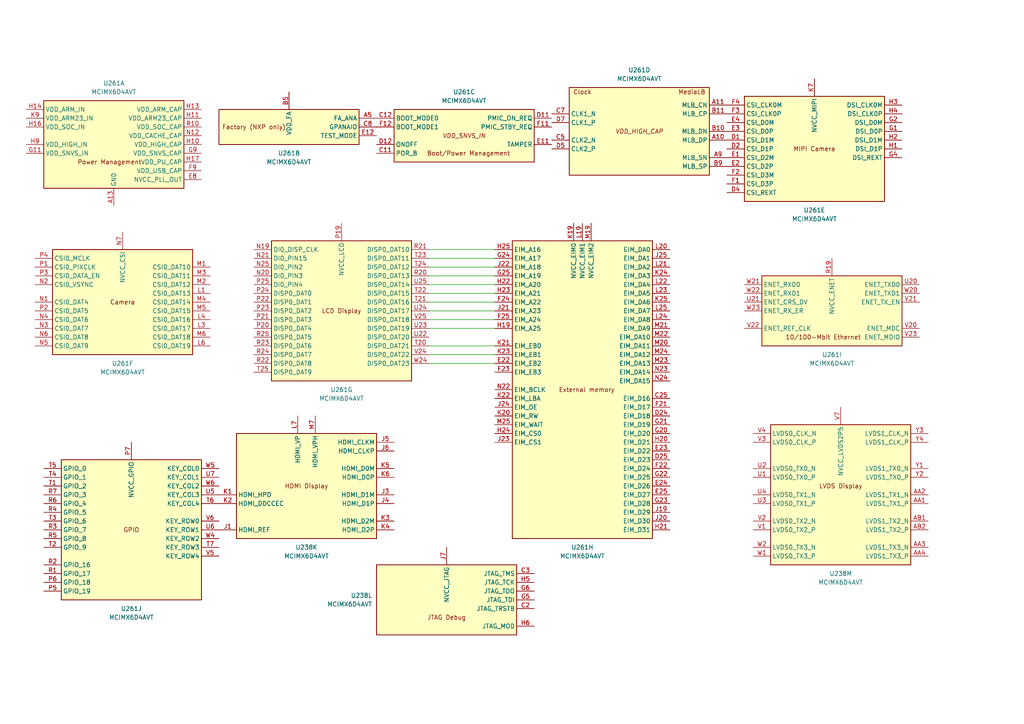
<source format=kicad_sch>
(kicad_sch (version 20250114) (generator "eeschema") (generator_version "9.0")
  (paper "A4")
  (wire (pts (xy 143.51 77.47) (xy 124.46 77.47)))
  (wire (pts (xy 143.51 100.33) (xy 124.46 100.33)))
  (wire (pts (xy 143.51 72.39) (xy 124.46 72.39)))
  (wire (pts (xy 143.51 74.93) (xy 124.46 74.93)))
  (wire (pts (xy 143.51 105.41) (xy 124.46 105.41)))
  (wire (pts (xy 143.51 90.17) (xy 124.46 90.17)))
  (wire (pts (xy 143.51 82.55) (xy 124.46 82.55)))
  (wire (pts (xy 143.51 85.09) (xy 124.46 85.09)))
  (wire (pts (xy 143.51 80.01) (xy 124.46 80.01)))
  (wire (pts (xy 143.51 92.71) (xy 124.46 92.71)))
  (wire (pts (xy 143.51 87.63) (xy 124.46 87.63)))
  (wire (pts (xy 143.51 95.25) (xy 124.46 95.25)))
  (wire (pts (xy 143.51 102.87) (xy 124.46 102.87)))
  (symbol (lib_id "CPU_NXP_IMX:MCIMX6D4AVT") (at 236.22 43.18 0) (unit 5)
    (property "Reference" "U261" (at 236.22 60.96 0))
    (property "Value" "MCIMX6D4AVT" (at 236.22 63.5 0))
    (property "Footprint" "Package_BGA:BGA-624_21x21mm_Layout25x25_P0.8mm" (effects (hide yes)))
    (property "Datasheet" "https://www.nxp.com/docs/en/data-sheet/IMX6DQAEC.pdf" (effects (hide yes)))
    (property "Description" "i.MX 6Dual Automotive and Infotainment Application Processor, BGA-624" (effects (hide yes)))
  )
  (symbol (lib_id "CPU_NXP_IMX:MCIMX6D4AVT") (at 35.56 87.63 0) (unit 6)
    (property "Reference" "U261" (at 35.56 105.41 0))
    (property "Value" "MCIMX6D4AVT" (at 35.56 107.95 0))
    (property "Footprint" "Package_BGA:BGA-624_21x21mm_Layout25x25_P0.8mm" (effects (hide yes)))
    (property "Datasheet" "https://www.nxp.com/docs/en/data-sheet/IMX6DQAEC.pdf" (effects (hide yes)))
    (property "Description" "i.MX 6Dual Automotive and Infotainment Application Processor, BGA-624" (effects (hide yes)))
  )
  (symbol (lib_id "CPU_NXP_IMX:MCIMX6D4AVT") (at 168.91 113.03 0) (unit 8)
    (property "Reference" "U261" (at 168.91 158.75 0))
    (property "Value" "MCIMX6D4AVT" (at 168.91 161.29 0))
    (property "Footprint" "Package_BGA:BGA-624_21x21mm_Layout25x25_P0.8mm" (effects (hide yes)))
    (property "Datasheet" "https://www.nxp.com/docs/en/data-sheet/IMX6DQAEC.pdf" (effects (hide yes)))
    (property "Description" "i.MX 6Dual Automotive and Infotainment Application Processor, BGA-624" (effects (hide yes)))
  )
  (symbol (lib_id "CPU_NXP_IMX:MCIMX6D4AVT") (at 134.62 39.37 0) (unit 3)
    (property "Reference" "U261" (at 134.62 26.67 0))
    (property "Value" "MCIMX6D4AVT" (at 134.62 29.21 0))
    (property "Footprint" "Package_BGA:BGA-624_21x21mm_Layout25x25_P0.8mm" (effects (hide yes)))
    (property "Datasheet" "https://www.nxp.com/docs/en/data-sheet/IMX6DQAEC.pdf" (effects (hide yes)))
    (property "Description" "i.MX 6Dual Automotive and Infotainment Application Processor, BGA-624" (effects (hide yes)))
  )
  (symbol (lib_id "CPU_NXP_IMX:MCIMX6D4AVT") (at 129.54 173.99 0) (unit 12)
    (property "Reference" "U238" (at 107.95 172.7199 0) (effects (justify right)))
    (property "Value" "MCIMX6D4AVT" (at 107.95 175.2599 0) (effects (justify right)))
    (property "Footprint" "Package_BGA:BGA-624_21x21mm_Layout25x25_P0.8mm" (effects (hide yes)))
    (property "Datasheet" "https://www.nxp.com/docs/en/data-sheet/IMX6DQAEC.pdf" (effects (hide yes)))
    (property "Description" "i.MX 6Dual Automotive and Infotainment Application Processor, BGA-624" (effects (hide yes)))
  )
  (symbol (lib_id "CPU_NXP_IMX:MCIMX6D4AVT") (at 33.02 41.91 0) (unit 1)
    (property "Reference" "U261" (at 33.02 24.13 0))
    (property "Value" "MCIMX6D4AVT" (at 33.02 26.67 0))
    (property "Footprint" "Package_BGA:BGA-624_21x21mm_Layout25x25_P0.8mm" (effects (hide yes)))
    (property "Datasheet" "https://www.nxp.com/docs/en/data-sheet/IMX6DQAEC.pdf" (effects (hide yes)))
    (property "Description" "i.MX 6Dual Automotive and Infotainment Application Processor, BGA-624" (effects (hide yes)))
  )
  (symbol (lib_id "CPU_NXP_IMX:MCIMX6D4AVT") (at 99.06 90.17 0) (unit 7)
    (property "Reference" "U261" (at 99.06 113.03 0))
    (property "Value" "MCIMX6D4AVT" (at 99.06 115.57 0))
    (property "Footprint" "Package_BGA:BGA-624_21x21mm_Layout25x25_P0.8mm" (effects (hide yes)))
    (property "Datasheet" "https://www.nxp.com/docs/en/data-sheet/IMX6DQAEC.pdf" (effects (hide yes)))
    (property "Description" "i.MX 6Dual Automotive and Infotainment Application Processor, BGA-624" (effects (hide yes)))
  )
  (symbol (lib_id "CPU_NXP_IMX:MCIMX6D4AVT") (at 243.84 143.51 0) (unit 13)
    (property "Reference" "U238" (at 243.84 166.37 0))
    (property "Value" "MCIMX6D4AVT" (at 243.84 168.91 0))
    (property "Footprint" "Package_BGA:BGA-624_21x21mm_Layout25x25_P0.8mm" (effects (hide yes)))
    (property "Datasheet" "https://www.nxp.com/docs/en/data-sheet/IMX6DQAEC.pdf" (effects (hide yes)))
    (property "Description" "i.MX 6Dual Automotive and Infotainment Application Processor, BGA-624" (effects (hide yes)))
  )
  (symbol (lib_id "CPU_NXP_IMX:MCIMX6D4AVT") (at 83.82 36.83 0) (unit 2)
    (property "Reference" "U261" (at 83.82 44.45 0))
    (property "Value" "MCIMX6D4AVT" (at 83.82 46.99 0))
    (property "Footprint" "Package_BGA:BGA-624_21x21mm_Layout25x25_P0.8mm" (effects (hide yes)))
    (property "Datasheet" "https://www.nxp.com/docs/en/data-sheet/IMX6DQAEC.pdf" (effects (hide yes)))
    (property "Description" "i.MX 6Dual Automotive and Infotainment Application Processor, BGA-624" (effects (hide yes)))
  )
  (symbol (lib_id "CPU_NXP_IMX:MCIMX6D4AVT") (at 241.3 90.17 0) (unit 9)
    (property "Reference" "U261" (at 241.3 102.87 0))
    (property "Value" "MCIMX6D4AVT" (at 241.3 105.41 0))
    (property "Footprint" "Package_BGA:BGA-624_21x21mm_Layout25x25_P0.8mm" (effects (hide yes)))
    (property "Datasheet" "https://www.nxp.com/docs/en/data-sheet/IMX6DQAEC.pdf" (effects (hide yes)))
    (property "Description" "i.MX 6Dual Automotive and Infotainment Application Processor, BGA-624" (effects (hide yes)))
  )
  (symbol (lib_id "CPU_NXP_IMX:MCIMX6D4AVT") (at 185.42 38.1 0) (unit 4)
    (property "Reference" "U261" (at 185.42 20.32 0))
    (property "Value" "MCIMX6D4AVT" (at 185.42 22.86 0))
    (property "Footprint" "Package_BGA:BGA-624_21x21mm_Layout25x25_P0.8mm" (effects (hide yes)))
    (property "Datasheet" "https://www.nxp.com/docs/en/data-sheet/IMX6DQAEC.pdf" (effects (hide yes)))
    (property "Description" "i.MX 6Dual Automotive and Infotainment Application Processor, BGA-624" (effects (hide yes)))
  )
  (symbol (lib_id "CPU_NXP_IMX:MCIMX6D4AVT") (at 38.1 153.67 0) (unit 10)
    (property "Reference" "U261" (at 38.1 176.53 0))
    (property "Value" "MCIMX6D4AVT" (at 38.1 179.07 0))
    (property "Footprint" "Package_BGA:BGA-624_21x21mm_Layout25x25_P0.8mm" (effects (hide yes)))
    (property "Datasheet" "https://www.nxp.com/docs/en/data-sheet/IMX6DQAEC.pdf" (effects (hide yes)))
    (property "Description" "i.MX 6Dual Automotive and Infotainment Application Processor, BGA-624" (effects (hide yes)))
  )
  (symbol (lib_id "CPU_NXP_IMX:MCIMX6D4AVT") (at 88.9 140.97 0) (unit 11)
    (property "Reference" "U238" (at 88.9 158.75 0))
    (property "Value" "MCIMX6D4AVT" (at 88.9 161.29 0))
    (property "Footprint" "Package_BGA:BGA-624_21x21mm_Layout25x25_P0.8mm" (effects (hide yes)))
    (property "Datasheet" "https://www.nxp.com/docs/en/data-sheet/IMX6DQAEC.pdf" (effects (hide yes)))
    (property "Description" "i.MX 6Dual Automotive and Infotainment Application Processor, BGA-624" (effects (hide yes)))
  )
)
</source>
